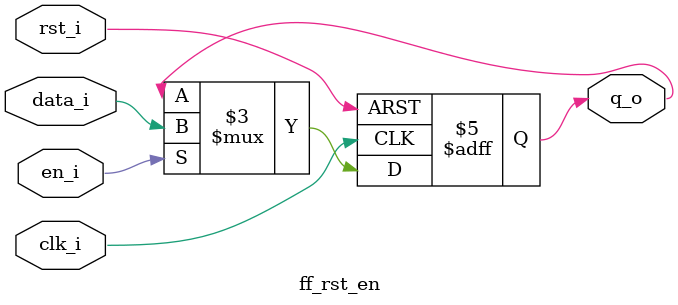
<source format=v>
module ff_rst_en (
    input      data_i,
    input      clk_i,
    input      rst_i,
    input      en_i,
    output reg q_o
);
  always @(posedge clk_i or negedge rst_i) begin
    if (~rst_i)    q_o <= 1'b0;
    else if (en_i) q_o <= data_i;
  end
endmodule

</source>
